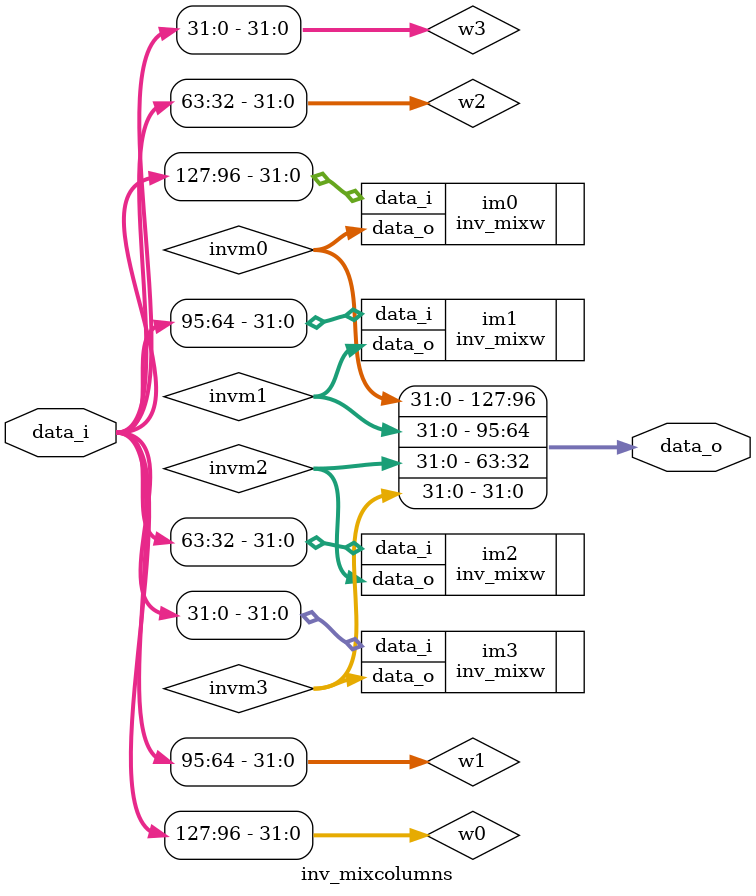
<source format=sv>
module inv_mixcolumns(data_i, data_o);
	 input  logic [127:0] data_i;
	 output logic [127:0] data_o;
    logic        [31:0] w0, w1, w2, w3;
    logic        [31:0] invm0, invm1, invm2, invm3;

    assign w0 = data_i[127:96];
    assign w1 = data_i[95:64];
    assign w2 = data_i[63:32];
    assign w3 = data_i[31:0];

	 inv_mixw im0 (.data_i(w0), .data_o(invm0));
	 inv_mixw im1 (.data_i(w1), .data_o(invm1));
	 inv_mixw im2 (.data_i(w2), .data_o(invm2));
	 inv_mixw im3 (.data_i(w3), .data_o(invm3));

    assign data_o = {invm0, invm1, invm2, invm3};
endmodule
</source>
